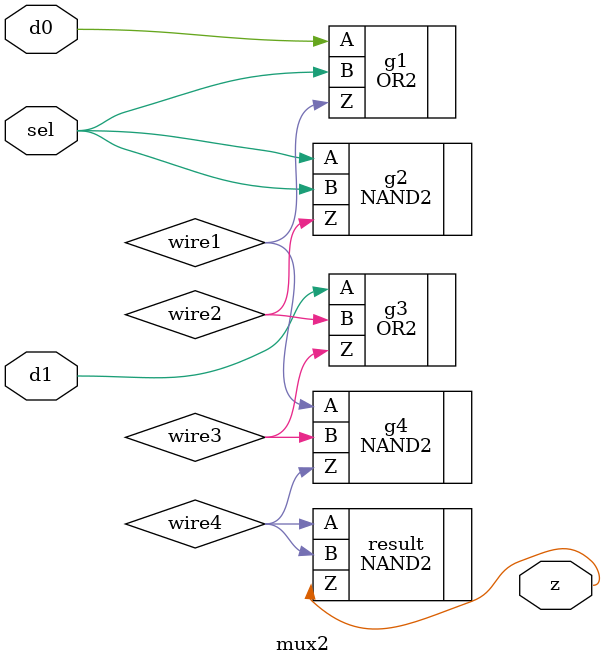
<source format=sv>
module mux2 (
    input logic d0,          // Data input 0
    input logic d1,          // Data input 1
    input logic sel,         // Select input
    output logic z           // Output
);

// Put your code here
// ------------------
	logic  wire1, wire2, wire3, wire4;

	OR2#(
		.Tpdlh(4), 
		.Tpdhl(4)
	) g1(.A(d0), .B(sel), .Z(wire1));
	

	NAND2#(
		.Tpdlh(6), 
		.Tpdhl(6)
	) g2(.A(sel), .B(sel), .Z(wire2));
	
	
	OR2#(
		.Tpdlh(4), 
		.Tpdhl(4)
	) g3(.A(d1), .B(wire2), .Z(wire3));
	
	NAND2#(
		.Tpdlh(6), 
		.Tpdhl(6)
	) g4(.A(wire1), .B(wire3), .Z(wire4));
	
	
	
	NAND2#(
		.Tpdlh(6), 
		.Tpdhl(6)
	) result(.A(wire4), .B(wire4), .Z(z));
	
	
 

// End of your code

endmodule

</source>
